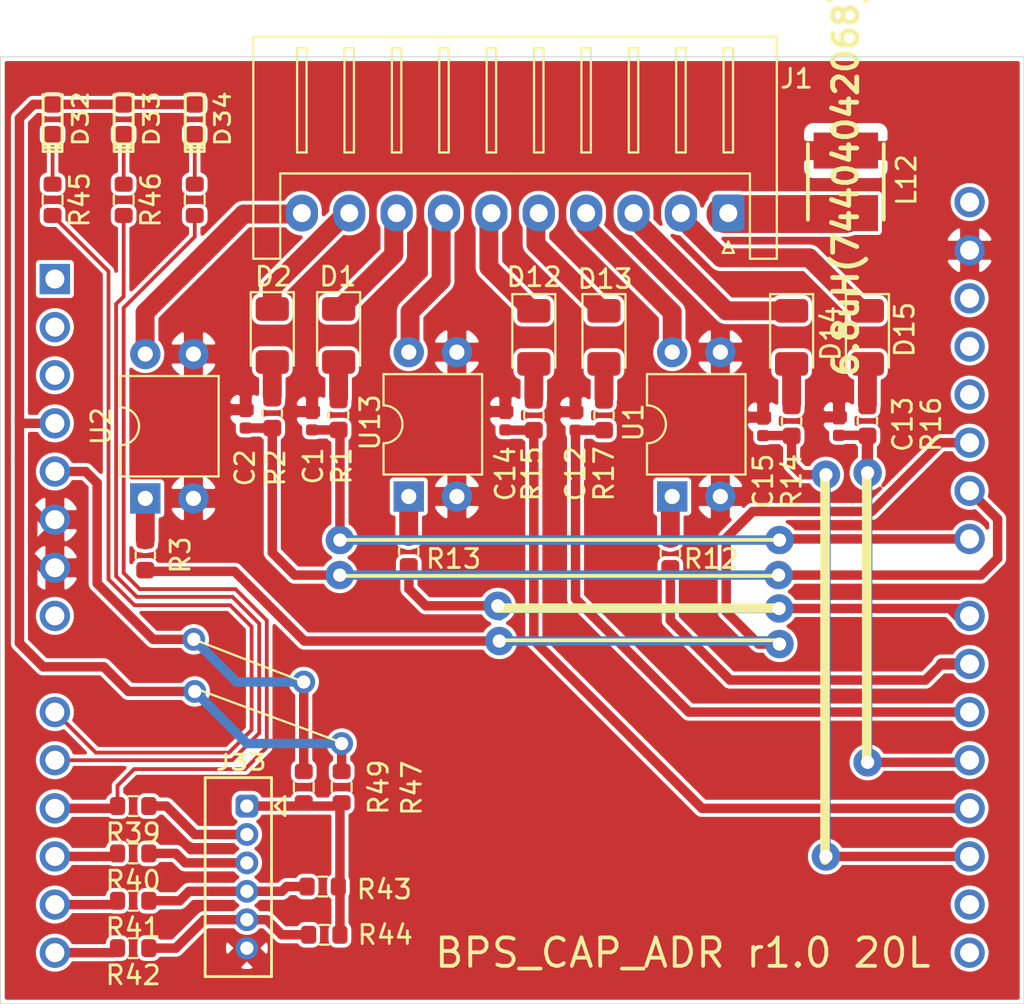
<source format=kicad_pcb>
(kicad_pcb (version 20171130) (host pcbnew "(5.1.8)-1")
  (layers (0 F.Cu signal) (31 B.Cu signal hide) (34 B.Paste user hide) (35 F.Paste user hide) (36 B.SilkS user hide) (37 F.SilkS user hide) (38 B.Mask user hide) (39 F.Mask user hide) (44 Edge.Cuts user))
  (net 0 "")
  (net 1 "Net-(A12-Pad16)")
  (net 2 "Net-(A12-Pad15)")
  (net 3 "Net-(A12-Pad14)")
  (net 4 "Net-(A12-Pad13)")
  (net 5 "Net-(A12-Pad28)")
  (net 6 "Net-(A12-Pad12)")
  (net 7 "Net-(A12-Pad27)")
  (net 8 "Net-(A12-Pad11)")
  (net 9 "Net-(A12-Pad26)")
  (net 10 "Net-(A12-Pad10)")
  (net 11 "Net-(A12-Pad25)")
  (net 12 "Net-(A12-Pad9)")
  (net 13 "Net-(A12-Pad24)")
  (net 14 "Net-(A12-Pad8)")
  (net 15 "Net-(A12-Pad23)")
  (net 16 GND)
  (net 17 "Net-(A12-Pad22)")
  (net 18 "Net-(A12-Pad21)")
  (net 19 "Net-(A12-Pad20)")
  (net 20 "Net-(A12-Pad19)")
  (net 21 "Net-(A12-Pad3)")
  (net 22 "Net-(A12-Pad18)")
  (net 23 "Net-(A12-Pad2)")
  (net 24 "Net-(A12-Pad17)")
  (net 25 "Net-(A12-Pad1)")
  (net 26 "Net-(A12-Pad30)")
  (net 27 "Net-(D12-Pad2)")
  (net 28 WhiteSensor)
  (net 29 "Net-(D13-Pad2)")
  (net 30 PassSensor_Area3)
  (net 31 "Net-(D14-Pad2)")
  (net 32 PE_Camera_B17)
  (net 33 "Net-(D15-Pad2)")
  (net 34 PassSensor_Area2)
  (net 35 AIR3_Y012)
  (net 36 DeviceGND)
  (net 37 AIR2_Y006)
  (net 38 "Net-(R12-Pad2)")
  (net 39 "Net-(R13-Pad2)")
  (net 40 "Net-(D1-Pad2)")
  (net 41 Sensor1)
  (net 42 "Net-(D2-Pad2)")
  (net 43 PassSensor_Area1)
  (net 44 "Net-(R3-Pad2)")
  (net 45 AIR1_Y005)
  (net 46 +5V)
  (net 47 +3V3)
  (net 48 "Net-(D32-Pad1)")
  (net 49 "Net-(D33-Pad1)")
  (net 50 "Net-(D34-Pad1)")
  (net 51 D19_A5)
  (net 52 D18_A4)
  (net 53 "Net-(J33-Pad1)")
  (net 54 D16_A2)
  (net 55 D17_A3)
  (module Resistor_SMD:R_0603_1608Metric (layer F.Cu) (at 89 138.25 90)
    (fp_text reference R49 (at 0 3.95 90) (layer F.SilkS))
    (fp_text value 0)
    (pad 2 smd roundrect (at 0.825 0 90) (size 0.8 0.95) (layers F.Cu F.Paste F.Mask) (net 46 +5V))
    (pad 1 smd roundrect (at -0.825 0 90) (size 0.8 0.95) (layers F.Cu F.Paste F.Mask) (net 53 "Net-(J33-Pad1)"))
  )
  (module Resistor_SMD:R_0603_1608Metric (layer F.Cu) (at 83.25 107.25 270)
    (fp_text reference R48 hide)
    (fp_text value 2.2k)
    (pad 2 smd roundrect (at 0.825 0 270) (size 0.8 0.95) (layers F.Cu F.Paste F.Mask) (net 8 "Net-(A12-Pad11)"))
    (pad 1 smd roundrect (at -0.825 0 270) (size 0.8 0.95) (layers F.Cu F.Paste F.Mask) (net 50 "Net-(D34-Pad1)"))
  )
  (module Resistor_SMD:R_0603_1608Metric (layer F.Cu) (at 91 138.25 90)
    (fp_text reference R47 (at -0.05 3.7 90) (layer F.SilkS))
    (fp_text value NC)
    (pad 2 smd roundrect (at 0.825 0 90) (size 0.8 0.95) (layers F.Cu F.Paste F.Mask) (net 47 +3V3))
    (pad 1 smd roundrect (at -0.825 0 90) (size 0.8 0.95) (layers F.Cu F.Paste F.Mask) (net 53 "Net-(J33-Pad1)"))
  )
  (module Resistor_SMD:R_0603_1608Metric (layer F.Cu) (at 79.5 107.25 270)
    (fp_text reference R46 (at 0 -1.43 90) (layer F.SilkS))
    (fp_text value 2.2k)
    (pad 2 smd roundrect (at 0.825 0 270) (size 0.8 0.95) (layers F.Cu F.Paste F.Mask) (net 10 "Net-(A12-Pad10)"))
    (pad 1 smd roundrect (at -0.825 0 270) (size 0.8 0.95) (layers F.Cu F.Paste F.Mask) (net 49 "Net-(D33-Pad1)"))
  )
  (module Resistor_SMD:R_0603_1608Metric (layer F.Cu) (at 75.75 107.25 270)
    (fp_text reference R45 (at 0 -1.43 90) (layer F.SilkS))
    (fp_text value 2.2k)
    (pad 2 smd roundrect (at 0.825 0 270) (size 0.8 0.95) (layers F.Cu F.Paste F.Mask) (net 12 "Net-(A12-Pad9)"))
    (pad 1 smd roundrect (at -0.825 0 270) (size 0.8 0.95) (layers F.Cu F.Paste F.Mask) (net 48 "Net-(D32-Pad1)"))
  )
  (module Resistor_SMD:R_0603_1608Metric (layer F.Cu) (at 90.085 146.045)
    (fp_text reference R44 (at 3.215 0.005) (layer F.SilkS))
    (fp_text value NC)
    (pad 2 smd roundrect (at 0.825 0) (size 0.8 0.95) (layers F.Cu F.Paste F.Mask) (net 53 "Net-(J33-Pad1)"))
    (pad 1 smd roundrect (at -0.825 0) (size 0.8 0.95) (layers F.Cu F.Paste F.Mask) (net 51 D19_A5))
  )
  (module Resistor_SMD:R_0603_1608Metric (layer F.Cu) (at 90 143.5)
    (fp_text reference R43 (at 3.25 0.15 180) (layer F.SilkS))
    (fp_text value NC)
    (pad 2 smd roundrect (at 0.825 0) (size 0.8 0.95) (layers F.Cu F.Paste F.Mask) (net 53 "Net-(J33-Pad1)"))
    (pad 1 smd roundrect (at -0.825 0) (size 0.8 0.95) (layers F.Cu F.Paste F.Mask) (net 52 D18_A4))
  )
  (module Resistor_SMD:R_0603_1608Metric (layer F.Cu) (at 80 146.75 180)
    (fp_text reference R42 (at 0 -1.43) (layer F.SilkS))
    (fp_text value 100)
    (pad 2 smd roundrect (at 0.825 0 180) (size 0.8 0.95) (layers F.Cu F.Paste F.Mask) (net 3 "Net-(A12-Pad14)"))
    (pad 1 smd roundrect (at -0.825 0 180) (size 0.8 0.95) (layers F.Cu F.Paste F.Mask) (net 51 D19_A5))
  )
  (module Resistor_SMD:R_0603_1608Metric (layer F.Cu) (at 80 144.25 180)
    (fp_text reference R41 (at 0 -1.43) (layer F.SilkS))
    (fp_text value 100)
    (pad 2 smd roundrect (at 0.825 0 180) (size 0.8 0.95) (layers F.Cu F.Paste F.Mask) (net 4 "Net-(A12-Pad13)"))
    (pad 1 smd roundrect (at -0.825 0 180) (size 0.8 0.95) (layers F.Cu F.Paste F.Mask) (net 52 D18_A4))
  )
  (module Resistor_SMD:R_0603_1608Metric (layer F.Cu) (at 80 141.75 180)
    (fp_text reference R40 (at 0 -1.43) (layer F.SilkS))
    (fp_text value 100)
    (pad 2 smd roundrect (at 0.825 0 180) (size 0.8 0.95) (layers F.Cu F.Paste F.Mask) (net 6 "Net-(A12-Pad12)"))
    (pad 1 smd roundrect (at -0.825 0 180) (size 0.8 0.95) (layers F.Cu F.Paste F.Mask) (net 55 D17_A3))
  )
  (module Resistor_SMD:R_0603_1608Metric (layer F.Cu) (at 80 139.25 180)
    (fp_text reference R39 (at 0 -1.43) (layer F.SilkS))
    (fp_text value 100)
    (pad 2 smd roundrect (at 0.825 0 180) (size 0.8 0.95) (layers F.Cu F.Paste F.Mask) (net 8 "Net-(A12-Pad11)"))
    (pad 1 smd roundrect (at -0.825 0 180) (size 0.8 0.95) (layers F.Cu F.Paste F.Mask) (net 54 D16_A2))
  )
  (module CapSorting:INDPM4040X180N (layer F.Cu) (at 117.6 106.3 270)
    (fp_text reference L12 (at -0.1 -3.2 90) (layer F.SilkS))
    (fp_text value "6.8uH(74404042068)" (at 0 0 90) (layer F.SilkS) (effects (font (size 1.27 1.27) (thickness 0.254))))
    (pad 1 smd rect (at -1.65 0 270) (size 1.9 3.4) (layers F.Cu F.Paste F.Mask) (net 16 GND))
    (pad 2 smd rect (at 1.65 0 270) (size 1.9 3.4) (layers F.Cu F.Paste F.Mask) (net 36 DeviceGND))
  )
  (module spot:ZH_B6B-ZR (layer F.Cu) (at 86 139.25 270)
    (fp_text reference J33 (at -2.3 0.3) (layer F.SilkS) (effects (font (size 0.8 1))))
    (fp_text value ZH_B6B-ZR)
    (pad 6 thru_hole circle (at 7.5 0 270) (size 1.2 1.2) (drill 0.7) (layers *.Cu *.Mask) (net 16 GND))
    (pad 5 thru_hole circle (at 6 0 270) (size 1.2 1.2) (drill 0.7) (layers *.Cu *.Mask) (net 51 D19_A5))
    (pad 4 thru_hole circle (at 4.5 0 270) (size 1.2 1.2) (drill 0.7) (layers *.Cu *.Mask) (net 52 D18_A4))
    (pad 1 thru_hole roundrect (at 0 0 270) (size 1.2 1.2) (drill 0.7) (layers *.Cu *.Mask) (net 53 "Net-(J33-Pad1)"))
    (pad 2 thru_hole circle (at 1.5 0 270) (size 1.2 1.2) (drill 0.7) (layers *.Cu *.Mask) (net 54 D16_A2))
    (pad 3 thru_hole circle (at 3 0 270) (size 1.2 1.2) (drill 0.7) (layers *.Cu *.Mask) (net 55 D17_A3))
  )
  (module Connector_JST:JST_XH_S10B-XH-A_1x10_P2.50mm_Horizontal (layer F.Cu) (at 111.4 107.95 180)
    (fp_text reference J1 (at -3.6 7.1) (layer F.SilkS))
    (fp_text value S10B-XH-A)
    (pad 10 thru_hole oval (at 22.5 0 180) (size 1.7 1.95) (drill 0.95) (layers *.Cu *.Mask) (net 45 AIR1_Y005))
    (pad 9 thru_hole oval (at 20 0 180) (size 1.7 1.95) (drill 0.95) (layers *.Cu *.Mask) (net 43 PassSensor_Area1))
    (pad 8 thru_hole oval (at 17.5 0 180) (size 1.7 1.95) (drill 0.95) (layers *.Cu *.Mask) (net 41 Sensor1))
    (pad 7 thru_hole oval (at 15 0 180) (size 1.7 1.95) (drill 0.95) (layers *.Cu *.Mask) (net 35 AIR3_Y012))
    (pad 6 thru_hole oval (at 12.5 0 180) (size 1.7 1.95) (drill 0.95) (layers *.Cu *.Mask) (net 28 WhiteSensor))
    (pad 5 thru_hole oval (at 10 0 180) (size 1.7 1.95) (drill 0.95) (layers *.Cu *.Mask) (net 30 PassSensor_Area3))
    (pad 4 thru_hole oval (at 7.5 0 180) (size 1.7 1.95) (drill 0.95) (layers *.Cu *.Mask) (net 37 AIR2_Y006))
    (pad 3 thru_hole oval (at 5 0 180) (size 1.7 1.95) (drill 0.95) (layers *.Cu *.Mask) (net 32 PE_Camera_B17))
    (pad 2 thru_hole oval (at 2.5 0 180) (size 1.7 1.95) (drill 0.95) (layers *.Cu *.Mask) (net 34 PassSensor_Area2))
    (pad 1 thru_hole roundrect (at 0 0 180) (size 1.7 1.95) (drill 0.95) (layers *.Cu *.Mask) (roundrect_rratio 0.1470588235294118) (net 36 DeviceGND))
  )
  (module spot:LED1608 (layer F.Cu) (at 83.25 103 270)
    (fp_text reference D34 (at -0.025 -1.475 90) (layer F.SilkS) (effects (font (size 0.8 1))))
    (fp_text value LED)
    (pad 1 smd roundrect (at 0.7875 0 270) (size 0.875 0.95) (layers F.Cu F.Paste F.Mask) (net 50 "Net-(D34-Pad1)"))
    (pad 2 smd roundrect (at -0.7875 0 270) (size 0.875 0.95) (layers F.Cu F.Paste F.Mask) (net 47 +3V3))
  )
  (module spot:LED1608 (layer F.Cu) (at 79.5 103 270)
    (fp_text reference D33 (at -0.025 -1.475 90) (layer F.SilkS) (effects (font (size 0.8 1))))
    (fp_text value LED)
    (pad 1 smd roundrect (at 0.7875 0 270) (size 0.875 0.95) (layers F.Cu F.Paste F.Mask) (net 49 "Net-(D33-Pad1)"))
    (pad 2 smd roundrect (at -0.7875 0 270) (size 0.875 0.95) (layers F.Cu F.Paste F.Mask) (net 47 +3V3))
  )
  (module spot:LED1608 (layer F.Cu) (at 75.75 103 270)
    (fp_text reference D32 (at -0.025 -1.475 90) (layer F.SilkS) (effects (font (size 0.8 1))))
    (fp_text value LED)
    (pad 1 smd roundrect (at 0.7875 0 270) (size 0.875 0.95) (layers F.Cu F.Paste F.Mask) (net 48 "Net-(D32-Pad1)"))
    (pad 2 smd roundrect (at -0.7875 0 270) (size 0.875 0.95) (layers F.Cu F.Paste F.Mask) (net 47 +3V3))
  )
  (module Package_DIP:DIP-4_W7.62mm (layer F.Cu) (at 80.64 123.01 90)
    (fp_text reference U2 (at 3.81 -2.33 90) (layer F.SilkS))
    (fp_text value TLP785)
    (pad 1 thru_hole rect (at 0 0 90) (size 1.6 1.6) (drill 0.8) (layers *.Cu *.Mask) (net 44 "Net-(R3-Pad2)"))
    (pad 3 thru_hole oval (at 7.62 2.54 90) (size 1.6 1.6) (drill 0.8) (layers *.Cu *.Mask) (net 16 GND))
    (pad 2 thru_hole oval (at 0 2.54 90) (size 1.6 1.6) (drill 0.8) (layers *.Cu *.Mask) (net 16 GND))
    (pad 4 thru_hole oval (at 7.62 0 90) (size 1.6 1.6) (drill 0.8) (layers *.Cu *.Mask) (net 45 AIR1_Y005))
  )
  (module Resistor_SMD:R_0603_1608Metric (layer F.Cu) (at 80.64 126.01 90)
    (fp_text reference R3 (at 0.01 1.86 90) (layer F.SilkS))
    (fp_text value 1k)
    (pad 1 smd roundrect (at -0.7875 0 90) (size 0.875 0.95) (layers F.Cu F.Paste F.Mask) (net 11 "Net-(A12-Pad25)"))
    (pad 2 smd roundrect (at 0.7875 0 90) (size 0.875 0.95) (layers F.Cu F.Paste F.Mask) (net 44 "Net-(R3-Pad2)"))
  )
  (module Resistor_SMD:R_0603_1608Metric (layer F.Cu) (at 87.34 118.51 90)
    (fp_text reference R2 (at -2.89 0.16 90) (layer F.SilkS))
    (fp_text value 1k)
    (pad 1 smd roundrect (at -0.7875 0 90) (size 0.875 0.95) (layers F.Cu F.Paste F.Mask) (net 13 "Net-(A12-Pad24)"))
    (pad 2 smd roundrect (at 0.7875 0 90) (size 0.875 0.95) (layers F.Cu F.Paste F.Mask) (net 42 "Net-(D2-Pad2)"))
  )
  (module Resistor_SMD:R_0603_1608Metric (layer F.Cu) (at 90.84 118.61 90)
    (fp_text reference R1 (at -2.69 0.16 90) (layer F.SilkS))
    (fp_text value 1k)
    (pad 1 smd roundrect (at -0.7875 0 90) (size 0.875 0.95) (layers F.Cu F.Paste F.Mask) (net 15 "Net-(A12-Pad23)"))
    (pad 2 smd roundrect (at 0.7875 0 90) (size 0.875 0.95) (layers F.Cu F.Paste F.Mask) (net 40 "Net-(D1-Pad2)"))
  )
  (module Diode_SMD:D_1206_3216Metric (layer F.Cu) (at 87.34 114.41 270)
    (fp_text reference D2 (at -3.11 -0.06 180) (layer F.SilkS))
    (fp_text value RB060M-60TR)
    (pad 1 smd roundrect (at -1.4 0 270) (size 1.25 1.75) (layers F.Cu F.Paste F.Mask) (roundrect_rratio 0.2) (net 43 PassSensor_Area1))
    (pad 2 smd roundrect (at 1.4 0 270) (size 1.25 1.75) (layers F.Cu F.Paste F.Mask) (roundrect_rratio 0.2) (net 42 "Net-(D2-Pad2)"))
  )
  (module Diode_SMD:D_1206_3216Metric (layer F.Cu) (at 90.84 114.41 270)
    (fp_text reference D1 (at -3.11 0.04) (layer F.SilkS))
    (fp_text value RB060M-60TR)
    (pad 1 smd roundrect (at -1.4 0 270) (size 1.25 1.75) (layers F.Cu F.Paste F.Mask) (roundrect_rratio 0.2) (net 41 Sensor1))
    (pad 2 smd roundrect (at 1.4 0 270) (size 1.25 1.75) (layers F.Cu F.Paste F.Mask) (roundrect_rratio 0.2) (net 40 "Net-(D1-Pad2)"))
  )
  (module Resistor_SMD:R_0402_1005Metric (layer F.Cu) (at 85.94 118.81 90)
    (fp_text reference C2 (at -2.59 -0.04 90) (layer F.SilkS))
    (fp_text value 0.22u)
    (pad 1 smd roundrect (at -0.485 0 90) (size 0.59 0.64) (layers F.Cu F.Paste F.Mask) (net 13 "Net-(A12-Pad24)"))
    (pad 2 smd roundrect (at 0.485 0 90) (size 0.59 0.64) (layers F.Cu F.Paste F.Mask) (net 16 GND))
  )
  (module Resistor_SMD:R_0402_1005Metric (layer F.Cu) (at 89.44 118.91 90)
    (fp_text reference C1 (at -2.39 0.06 90) (layer F.SilkS))
    (fp_text value 0.22u)
    (pad 1 smd roundrect (at -0.485 0 90) (size 0.59 0.64) (layers F.Cu F.Paste F.Mask) (net 15 "Net-(A12-Pad23)"))
    (pad 2 smd roundrect (at 0.485 0 90) (size 0.59 0.64) (layers F.Cu F.Paste F.Mask) (net 16 GND))
  )
  (module Module:Arduino_UNO_R2 (layer B.Cu) (at 100 100 180)
    (fp_text reference A12 hide)
    (fp_text value Arduino_UNO_R3 hide)
    (pad 30 thru_hole oval (at -24.13 -7.37 180) (size 1.6 1.6) (drill 1) (layers *.Cu *.Mask) (net 26 "Net-(A12-Pad30)"))
    (pad 17 thru_hole oval (at -24.13 -41.91 180) (size 1.6 1.6) (drill 1) (layers *.Cu *.Mask) (net 24 "Net-(A12-Pad17)"))
    (pad 25 thru_hole oval (at -24.13 -20.07 180) (size 1.6 1.6) (drill 1) (layers *.Cu *.Mask) (net 11 "Net-(A12-Pad25)"))
    (pad 6 thru_hole oval (at 24.13 -24.13 180) (size 1.6 1.6) (drill 1) (layers *.Cu *.Mask) (net 16 GND))
    (pad 10 thru_hole oval (at 24.13 -36.83 180) (size 1.6 1.6) (drill 1) (layers *.Cu *.Mask) (net 10 "Net-(A12-Pad10)"))
    (pad 15 thru_hole oval (at -24.13 -46.99 180) (size 1.6 1.6) (drill 1) (layers *.Cu *.Mask) (net 2 "Net-(A12-Pad15)"))
    (pad 29 thru_hole oval (at -24.13 -9.91 180) (size 1.6 1.6) (drill 1) (layers *.Cu *.Mask) (net 16 GND))
    (pad 20 thru_hole oval (at -24.13 -34.29 180) (size 1.6 1.6) (drill 1) (layers *.Cu *.Mask) (net 19 "Net-(A12-Pad20)"))
    (pad 7 thru_hole oval (at 24.13 -26.67 180) (size 1.6 1.6) (drill 1) (layers *.Cu *.Mask) (net 16 GND))
    (pad 5 thru_hole oval (at 24.13 -21.59 180) (size 1.6 1.6) (drill 1) (layers *.Cu *.Mask) (net 46 +5V))
    (pad 12 thru_hole oval (at 24.13 -41.91 180) (size 1.6 1.6) (drill 1) (layers *.Cu *.Mask) (net 6 "Net-(A12-Pad12)"))
    (pad 4 thru_hole oval (at 24.13 -19.05 180) (size 1.6 1.6) (drill 1) (layers *.Cu *.Mask) (net 47 +3V3))
    (pad 28 thru_hole oval (at -24.13 -12.45 180) (size 1.6 1.6) (drill 1) (layers *.Cu *.Mask) (net 5 "Net-(A12-Pad28)"))
    (pad 14 thru_hole oval (at 24.13 -46.99 180) (size 1.6 1.6) (drill 1) (layers *.Cu *.Mask) (net 3 "Net-(A12-Pad14)"))
    (pad 26 thru_hole oval (at -24.13 -17.53 180) (size 1.6 1.6) (drill 1) (layers *.Cu *.Mask) (net 9 "Net-(A12-Pad26)"))
    (pad 11 thru_hole oval (at 24.13 -39.37 180) (size 1.6 1.6) (drill 1) (layers *.Cu *.Mask) (net 8 "Net-(A12-Pad11)"))
    (pad 24 thru_hole oval (at -24.13 -22.61 180) (size 1.6 1.6) (drill 1) (layers *.Cu *.Mask) (net 13 "Net-(A12-Pad24)"))
    (pad 16 thru_hole oval (at -24.13 -44.45 180) (size 1.6 1.6) (drill 1) (layers *.Cu *.Mask) (net 1 "Net-(A12-Pad16)"))
    (pad 13 thru_hole oval (at 24.13 -44.45 180) (size 1.6 1.6) (drill 1) (layers *.Cu *.Mask) (net 4 "Net-(A12-Pad13)"))
    (pad 8 thru_hole oval (at 24.13 -29.21 180) (size 1.6 1.6) (drill 1) (layers *.Cu *.Mask) (net 14 "Net-(A12-Pad8)"))
    (pad 2 thru_hole oval (at 24.13 -13.97 180) (size 1.6 1.6) (drill 1) (layers *.Cu *.Mask) (net 23 "Net-(A12-Pad2)"))
    (pad 18 thru_hole oval (at -24.13 -39.37 180) (size 1.6 1.6) (drill 1) (layers *.Cu *.Mask) (net 22 "Net-(A12-Pad18)"))
    (pad 27 thru_hole oval (at -24.13 -14.99 180) (size 1.6 1.6) (drill 1) (layers *.Cu *.Mask) (net 7 "Net-(A12-Pad27)"))
    (pad 9 thru_hole oval (at 24.13 -34.29 180) (size 1.6 1.6) (drill 1) (layers *.Cu *.Mask) (net 12 "Net-(A12-Pad9)"))
    (pad 23 thru_hole oval (at -24.13 -25.15 180) (size 1.6 1.6) (drill 1) (layers *.Cu *.Mask) (net 15 "Net-(A12-Pad23)"))
    (pad 3 thru_hole oval (at 24.13 -16.51 180) (size 1.6 1.6) (drill 1) (layers *.Cu *.Mask) (net 21 "Net-(A12-Pad3)"))
    (pad 21 thru_hole oval (at -24.13 -31.75 180) (size 1.6 1.6) (drill 1) (layers *.Cu *.Mask) (net 18 "Net-(A12-Pad21)"))
    (pad 19 thru_hole oval (at -24.13 -36.83 180) (size 1.6 1.6) (drill 1) (layers *.Cu *.Mask) (net 20 "Net-(A12-Pad19)"))
    (pad 22 thru_hole oval (at -24.13 -29.21 180) (size 1.6 1.6) (drill 1) (layers *.Cu *.Mask) (net 17 "Net-(A12-Pad22)"))
    (pad 1 thru_hole rect (at 24.13 -11.43 180) (size 1.6 1.6) (drill 1) (layers *.Cu *.Mask) (net 25 "Net-(A12-Pad1)"))
  )
  (module Resistor_SMD:R_0603_1608Metric (layer F.Cu) (at 104.84 118.6225 90)
    (fp_text reference R17 (at -3.0875 0 270) (layer F.SilkS))
    (fp_text value 1k)
    (pad 1 smd roundrect (at -0.7875 0 90) (size 0.875 0.95) (layers F.Cu F.Paste F.Mask) (net 19 "Net-(A12-Pad20)"))
    (pad 2 smd roundrect (at 0.7875 0 90) (size 0.875 0.95) (layers F.Cu F.Paste F.Mask) (net 29 "Net-(D13-Pad2)"))
  )
  (module Resistor_SMD:R_0603_1608Metric (layer F.Cu) (at 118.74 118.9225 90)
    (fp_text reference R16 (at -0.1775 3.36 270) (layer F.SilkS))
    (fp_text value 1k)
    (pad 1 smd roundrect (at -0.7875 0 90) (size 0.875 0.95) (layers F.Cu F.Paste F.Mask) (net 20 "Net-(A12-Pad19)"))
    (pad 2 smd roundrect (at 0.7875 0 90) (size 0.875 0.95) (layers F.Cu F.Paste F.Mask) (net 33 "Net-(D15-Pad2)"))
  )
  (module Resistor_SMD:R_0603_1608Metric (layer F.Cu) (at 101.14 118.6225 90)
    (fp_text reference R15 (at -3.0875 -0.1 270) (layer F.SilkS))
    (fp_text value 1k)
    (pad 1 smd roundrect (at -0.7875 0 90) (size 0.875 0.95) (layers F.Cu F.Paste F.Mask) (net 22 "Net-(A12-Pad18)"))
    (pad 2 smd roundrect (at 0.7875 0 90) (size 0.875 0.95) (layers F.Cu F.Paste F.Mask) (net 27 "Net-(D12-Pad2)"))
  )
  (module Resistor_SMD:R_0603_1608Metric (layer F.Cu) (at 114.74 118.9225 90)
    (fp_text reference R14 (at -3.1875 0 270) (layer F.SilkS))
    (fp_text value 1k)
    (pad 1 smd roundrect (at -0.7875 0 90) (size 0.875 0.95) (layers F.Cu F.Paste F.Mask) (net 24 "Net-(A12-Pad17)"))
    (pad 2 smd roundrect (at 0.7875 0 90) (size 0.875 0.95) (layers F.Cu F.Paste F.Mask) (net 31 "Net-(D14-Pad2)"))
  )
  (module Resistor_SMD:R_0603_1608Metric (layer F.Cu) (at 94.54 125.81 90)
    (fp_text reference R13 (at -0.39 2.36) (layer F.SilkS))
    (fp_text value 1k)
    (pad 1 smd roundrect (at -0.7875 0 90) (size 0.875 0.95) (layers F.Cu F.Paste F.Mask) (net 17 "Net-(A12-Pad22)"))
    (pad 2 smd roundrect (at 0.7875 0 90) (size 0.875 0.95) (layers F.Cu F.Paste F.Mask) (net 39 "Net-(R13-Pad2)"))
  )
  (module Resistor_SMD:R_0603_1608Metric (layer F.Cu) (at 108.34 125.91 90)
    (fp_text reference R12 (at -0.29 2.16 180) (layer F.SilkS))
    (fp_text value 1k)
    (pad 1 smd roundrect (at -0.7875 0 90) (size 0.875 0.95) (layers F.Cu F.Paste F.Mask) (net 18 "Net-(A12-Pad21)"))
    (pad 2 smd roundrect (at 0.7875 0 90) (size 0.875 0.95) (layers F.Cu F.Paste F.Mask) (net 38 "Net-(R12-Pad2)"))
  )
  (module Package_DIP:DIP-4_W7.62mm (layer F.Cu) (at 94.54 122.91 90)
    (fp_text reference U13 (at 3.91 -2.04 90) (layer F.SilkS))
    (fp_text value TLP785)
    (pad 1 thru_hole rect (at 0 0 90) (size 1.6 1.6) (drill 0.8) (layers *.Cu *.Mask) (net 39 "Net-(R13-Pad2)"))
    (pad 3 thru_hole oval (at 7.62 2.54 90) (size 1.6 1.6) (drill 0.8) (layers *.Cu *.Mask) (net 16 GND))
    (pad 2 thru_hole oval (at 0 2.54 90) (size 1.6 1.6) (drill 0.8) (layers *.Cu *.Mask) (net 16 GND))
    (pad 4 thru_hole oval (at 7.62 0 90) (size 1.6 1.6) (drill 0.8) (layers *.Cu *.Mask) (net 35 AIR3_Y012))
  )
  (module Package_DIP:DIP-4_W7.62mm (layer F.Cu) (at 108.44 122.91 90)
    (fp_text reference U1 (at 3.91 -2.04 90) (layer F.SilkS))
    (fp_text value TLP785)
    (pad 1 thru_hole rect (at 0 0 90) (size 1.6 1.6) (drill 0.8) (layers *.Cu *.Mask) (net 38 "Net-(R12-Pad2)"))
    (pad 3 thru_hole oval (at 7.62 2.54 90) (size 1.6 1.6) (drill 0.8) (layers *.Cu *.Mask) (net 16 GND))
    (pad 2 thru_hole oval (at 0 2.54 90) (size 1.6 1.6) (drill 0.8) (layers *.Cu *.Mask) (net 16 GND))
    (pad 4 thru_hole oval (at 7.62 0 90) (size 1.6 1.6) (drill 0.8) (layers *.Cu *.Mask) (net 37 AIR2_Y006))
  )
  (module Diode_SMD:D_1206_3216Metric (layer F.Cu) (at 118.74 114.51 270)
    (fp_text reference D15 (at -0.41 -1.96 270) (layer F.SilkS))
    (fp_text value RB060M-60TR)
    (pad 1 smd roundrect (at -1.4 0 270) (size 1.25 1.75) (layers F.Cu F.Paste F.Mask) (roundrect_rratio 0.2) (net 34 PassSensor_Area2))
    (pad 2 smd roundrect (at 1.4 0 270) (size 1.25 1.75) (layers F.Cu F.Paste F.Mask) (roundrect_rratio 0.2) (net 33 "Net-(D15-Pad2)"))
  )
  (module Diode_SMD:D_1206_3216Metric (layer F.Cu) (at 114.74 114.51 270)
    (fp_text reference D14 (at -0.21 -2.06 270) (layer F.SilkS))
    (fp_text value RB060M-60TR)
    (pad 2 smd roundrect (at 1.4 0 270) (size 1.25 1.75) (layers F.Cu F.Paste F.Mask) (roundrect_rratio 0.2) (net 31 "Net-(D14-Pad2)"))
    (pad 1 smd roundrect (at -1.4 0 270) (size 1.25 1.75) (layers F.Cu F.Paste F.Mask) (roundrect_rratio 0.2) (net 32 PE_Camera_B17))
  )
  (module Diode_SMD:D_1206_3216Metric (layer F.Cu) (at 104.84 114.51 270)
    (fp_text reference D13 (at -3.085 -0.06) (layer F.SilkS))
    (fp_text value RB060M-60TR)
    (pad 1 smd roundrect (at -1.4 0 270) (size 1.25 1.75) (layers F.Cu F.Paste F.Mask) (roundrect_rratio 0.2) (net 30 PassSensor_Area3))
    (pad 2 smd roundrect (at 1.4 0 270) (size 1.25 1.75) (layers F.Cu F.Paste F.Mask) (roundrect_rratio 0.2) (net 29 "Net-(D13-Pad2)"))
  )
  (module Diode_SMD:D_1206_3216Metric (layer F.Cu) (at 101.14 114.51 270)
    (fp_text reference D12 (at -3.185 -0.01 180) (layer F.SilkS))
    (fp_text value RB060M-60TR)
    (pad 1 smd roundrect (at -1.4 0 270) (size 1.25 1.75) (layers F.Cu F.Paste F.Mask) (roundrect_rratio 0.2) (net 28 WhiteSensor))
    (pad 2 smd roundrect (at 1.4 0 270) (size 1.25 1.75) (layers F.Cu F.Paste F.Mask) (roundrect_rratio 0.2) (net 27 "Net-(D12-Pad2)"))
  )
  (module Resistor_SMD:R_0402_1005Metric (layer F.Cu) (at 113.24 119.21 90)
    (fp_text reference C15 (at -2.9 0 270) (layer F.SilkS))
    (fp_text value 0.22u)
    (pad 1 smd roundrect (at -0.485 0 90) (size 0.59 0.64) (layers F.Cu F.Paste F.Mask) (net 24 "Net-(A12-Pad17)"))
    (pad 2 smd roundrect (at 0.485 0 90) (size 0.59 0.64) (layers F.Cu F.Paste F.Mask) (net 16 GND))
  )
  (module Resistor_SMD:R_0402_1005Metric (layer F.Cu) (at 99.64 118.91 90)
    (fp_text reference C14 (at -2.8 0 270) (layer F.SilkS))
    (fp_text value 0.22u)
    (pad 1 smd roundrect (at -0.485 0 90) (size 0.59 0.64) (layers F.Cu F.Paste F.Mask) (net 22 "Net-(A12-Pad18)"))
    (pad 2 smd roundrect (at 0.485 0 90) (size 0.59 0.64) (layers F.Cu F.Paste F.Mask) (net 16 GND))
  )
  (module Resistor_SMD:R_0402_1005Metric (layer F.Cu) (at 117.24 119.195 90)
    (fp_text reference C13 (at 0.095 3.36 270) (layer F.SilkS))
    (fp_text value 0.22u)
    (pad 1 smd roundrect (at -0.485 0 90) (size 0.59 0.64) (layers F.Cu F.Paste F.Mask) (net 20 "Net-(A12-Pad19)"))
    (pad 2 smd roundrect (at 0.485 0 90) (size 0.59 0.64) (layers F.Cu F.Paste F.Mask) (net 16 GND))
  )
  (module Resistor_SMD:R_0402_1005Metric (layer F.Cu) (at 103.34 118.925 90)
    (fp_text reference C12 (at -2.785 0 270) (layer F.SilkS))
    (fp_text value 0.22u)
    (pad 1 smd roundrect (at -0.485 0 90) (size 0.59 0.64) (layers F.Cu F.Paste F.Mask) (net 19 "Net-(A12-Pad20)"))
    (pad 2 smd roundrect (at 0.485 0 90) (size 0.59 0.64) (layers F.Cu F.Paste F.Mask) (net 16 GND))
  )
  (gr_text "BPS_CAP_ADR r1.0 20L" (at 109 147) (layer F.SilkS) (effects (font (size 1.5 1.5) (thickness 0.2))))
  (gr_line (start 91 135.9) (end 83.3 133.05) (layer F.SilkS) (width 0.12))
  (gr_line (start 89 132.7) (end 83.2 130.45) (layer F.SilkS) (width 0.12))
  (gr_line (start 114.1 128.8) (end 99.2 128.8) (layer F.SilkS) (width 0.5))
  (gr_line (start 99.3 130.5) (end 114.2 130.5) (layer F.SilkS) (width 0.2))
  (gr_line (start 90.9 127.1) (end 114.1 127.1) (layer F.SilkS) (width 0.2))
  (gr_line (start 114.1 125.2) (end 90.9 125.2) (layer F.SilkS) (width 0.2))
  (gr_line (start 118.7 121.7) (end 118.7 137) (layer F.SilkS) (width 0.5))
  (gr_line (start 116.5 121.7) (end 116.5 142.1) (layer F.SilkS) (width 0.5))
  (gr_line (start 127 149.7) (end 127 99.7) (layer Edge.Cuts) (width 0.05))
  (gr_line (start 73 149.7) (end 73 99.7) (layer Edge.Cuts) (width 0.05))
  (gr_line (start 73.7 149.7) (end 73 149.7) (layer Edge.Cuts) (width 0.05))
  (gr_line (start 127 149.7) (end 73.7 149.7) (layer Edge.Cuts) (width 0.05))
  (gr_line (start 73 99.7) (end 127 99.7) (layer Edge.Cuts) (width 0.05))
  (segment (start 78.935 146.99) (end 79.175 146.75) (width 0.5) (layer F.Cu) (net 3))
  (segment (start 75.87 146.99) (end 78.935 146.99) (width 0.5) (layer F.Cu) (net 3))
  (segment (start 78.975 144.45) (end 79.175 144.25) (width 0.5) (layer F.Cu) (net 4))
  (segment (start 75.87 144.45) (end 78.975 144.45) (width 0.5) (layer F.Cu) (net 4))
  (segment (start 79.015 141.91) (end 79.175 141.75) (width 0.5) (layer F.Cu) (net 6))
  (segment (start 75.87 141.91) (end 79.015 141.91) (width 0.5) (layer F.Cu) (net 6))
  (segment (start 75.87 139.37) (end 79.055 139.37) (width 0.5) (layer F.Cu) (net 8))
  (segment (start 79.175 139.25) (end 79.175 138.175) (width 0.2) (layer F.Cu) (net 8))
  (segment (start 79.175 138.175) (end 80.05 137.3) (width 0.2) (layer F.Cu) (net 8))
  (segment (start 80.05 137.3) (end 85.9 137.3) (width 0.2) (layer F.Cu) (net 8))
  (segment (start 85.9 137.3) (end 87.05 136.15) (width 0.2) (layer F.Cu) (net 8))
  (segment (start 87.05 136.15) (end 87.05 129.45) (width 0.2) (layer F.Cu) (net 8))
  (segment (start 87.05 129.45) (end 85.4 127.8) (width 0.2) (layer F.Cu) (net 8))
  (segment (start 85.4 127.8) (end 80.35 127.8) (width 0.2) (layer F.Cu) (net 8))
  (segment (start 80.35 127.8) (end 79.5 126.95) (width 0.2) (layer F.Cu) (net 8))
  (segment (start 79.5 126.95) (end 79.5 112.95) (width 0.2) (layer F.Cu) (net 8))
  (segment (start 83.25 109.2) (end 83.25 108.075) (width 0.2) (layer F.Cu) (net 8))
  (segment (start 79.5 112.95) (end 83.25 109.2) (width 0.2) (layer F.Cu) (net 8))
  (segment (start 79.5 108.075) (end 79.5 112.35) (width 0.2) (layer F.Cu) (net 10))
  (segment (start 79.5 112.35) (end 79.1 112.75) (width 0.2) (layer F.Cu) (net 10))
  (segment (start 79.1 112.75) (end 79.1 127.115698) (width 0.2) (layer F.Cu) (net 10))
  (segment (start 79.1 127.115698) (end 80.192151 128.207849) (width 0.2) (layer F.Cu) (net 10))
  (segment (start 80.192151 128.207849) (end 85.242151 128.207849) (width 0.2) (layer F.Cu) (net 10))
  (segment (start 85.242151 128.207849) (end 86.64999 129.615688) (width 0.2) (layer F.Cu) (net 10))
  (segment (start 86.64999 129.615688) (end 86.64999 135.40001) (width 0.2) (layer F.Cu) (net 10))
  (segment (start 85.22 136.83) (end 75.87 136.83) (width 0.2) (layer F.Cu) (net 10))
  (segment (start 86.64999 135.40001) (end 85.22 136.83) (width 0.2) (layer F.Cu) (net 10))
  (segment (start 114.11 130.54) (end 99.32 130.54) (width 0.5) (layer B.Cu) (net 11))
  (segment (start 99.32 130.54) (end 99.32 130.54) (width 0.5) (layer B.Cu) (net 11))
  (via (at 99.32 130.54) (size 1.5) (drill 0.7) (layers F.Cu B.Cu) (net 11))
  (segment (start 99.32 130.54) (end 89.03 130.54) (width 0.5) (layer F.Cu) (net 11))
  (segment (start 89.03 130.54) (end 85.35 126.86) (width 0.5) (layer F.Cu) (net 11))
  (segment (start 85.35 126.86) (end 80.68 126.86) (width 0.5) (layer F.Cu) (net 11))
  (segment (start 122.6 120.07) (end 124.13 120.07) (width 0.5) (layer F.Cu) (net 11))
  (segment (start 118.97 123.7) (end 122.6 120.07) (width 0.5) (layer F.Cu) (net 11))
  (segment (start 111.29 125.1) (end 112.69 123.7) (width 0.5) (layer F.Cu) (net 11))
  (segment (start 111.29 128.99) (end 111.29 125.1) (width 0.5) (layer F.Cu) (net 11))
  (segment (start 112.84 130.54) (end 111.29 128.99) (width 0.5) (layer F.Cu) (net 11))
  (segment (start 112.69 123.7) (end 118.97 123.7) (width 0.5) (layer F.Cu) (net 11))
  (segment (start 114.11 130.54) (end 112.84 130.54) (width 0.5) (layer F.Cu) (net 11))
  (via (at 114.1 130.7) (size 1.5) (drill 0.7) (layers F.Cu B.Cu) (net 11))
  (segment (start 113 130.7) (end 112.84 130.54) (width 0.5) (layer F.Cu) (net 11))
  (segment (start 114.1 130.7) (end 113 130.7) (width 0.5) (layer F.Cu) (net 11))
  (segment (start 75.87 134.29) (end 75.89 134.29) (width 0.2) (layer F.Cu) (net 12))
  (segment (start 75.89 134.29) (end 78.02999 136.42999) (width 0.2) (layer F.Cu) (net 12))
  (segment (start 78.02999 136.42999) (end 85.054312 136.42999) (width 0.2) (layer F.Cu) (net 12))
  (segment (start 85.054312 136.42999) (end 86.24998 135.234322) (width 0.2) (layer F.Cu) (net 12))
  (segment (start 86.24998 135.234322) (end 86.24998 129.781376) (width 0.2) (layer F.Cu) (net 12))
  (segment (start 86.24998 129.781376) (end 85.118604 128.65) (width 0.2) (layer F.Cu) (net 12))
  (segment (start 85.118604 128.65) (end 80.068604 128.65) (width 0.2) (layer F.Cu) (net 12))
  (segment (start 80.068604 128.65) (end 78.69999 127.281386) (width 0.2) (layer F.Cu) (net 12))
  (segment (start 78.69999 111.02499) (end 75.75 108.075) (width 0.2) (layer F.Cu) (net 12))
  (segment (start 78.69999 127.281386) (end 78.69999 111.02499) (width 0.2) (layer F.Cu) (net 12))
  (segment (start 85.94 119.295) (end 87.285 119.295) (width 0.5) (layer F.Cu) (net 13))
  (segment (start 90.9 127.06) (end 90.9 127.06) (width 0.5) (layer B.Cu) (net 13))
  (via (at 90.9 127.06) (size 1.5) (drill 0.7) (layers F.Cu B.Cu) (net 13))
  (segment (start 87.34 119.2975) (end 87.34 125.88) (width 0.5) (layer F.Cu) (net 13))
  (segment (start 88.52 127.06) (end 90.9 127.06) (width 0.5) (layer F.Cu) (net 13))
  (segment (start 87.34 125.88) (end 88.52 127.06) (width 0.5) (layer F.Cu) (net 13))
  (via (at 114.05 127.06) (size 1.5) (drill 0.7) (layers F.Cu B.Cu) (net 13))
  (segment (start 124.13 122.62) (end 124.13 122.61) (width 0.5) (layer F.Cu) (net 13))
  (segment (start 114.05 127.06) (end 124.73 127.06) (width 0.5) (layer F.Cu) (net 13))
  (segment (start 124.73 127.06) (end 125.61 126.18) (width 0.5) (layer F.Cu) (net 13))
  (segment (start 125.61 126.18) (end 125.61 124.1) (width 0.5) (layer F.Cu) (net 13))
  (segment (start 125.61 124.1) (end 124.13 122.62) (width 0.5) (layer F.Cu) (net 13))
  (segment (start 114.05 127.06) (end 90.9 127.06) (width 0.5) (layer B.Cu) (net 13))
  (segment (start 90.84 119.3975) (end 89.5625 119.3975) (width 0.5) (layer F.Cu) (net 15))
  (segment (start 90.91 125.21) (end 90.87 125.21) (width 0.5) (layer B.Cu) (net 15))
  (via (at 90.91 125.21) (size 1.5) (drill 0.7) (layers F.Cu B.Cu) (net 15))
  (segment (start 90.91 125.21) (end 90.91 119.44) (width 0.5) (layer F.Cu) (net 15))
  (segment (start 114.1 125.21) (end 90.91 125.21) (width 0.5) (layer B.Cu) (net 15))
  (via (at 114.1 125.21) (size 1.5) (drill 0.7) (layers F.Cu B.Cu) (net 15))
  (segment (start 114.16 125.15) (end 114.1 125.21) (width 0.5) (layer F.Cu) (net 15))
  (segment (start 124.13 125.15) (end 114.16 125.15) (width 0.5) (layer F.Cu) (net 15))
  (segment (start 75.87 124.13) (end 75.23 124.13) (width 0.5) (layer F.Cu) (net 16))
  (segment (start 75.23 124.13) (end 74.7 123.6) (width 0.5) (layer F.Cu) (net 16))
  (segment (start 75.87 124.13) (end 75.87 124.43) (width 0.5) (layer F.Cu) (net 16))
  (segment (start 75.87 124.13) (end 75.87 124.48) (width 0.5) (layer F.Cu) (net 16))
  (segment (start 75.87 124.48) (end 75.1 125.25) (width 0.5) (layer F.Cu) (net 16))
  (segment (start 75.87 126.67) (end 75.19501 126.67) (width 0.5) (layer F.Cu) (net 16))
  (segment (start 75.19501 126.67) (end 74.70001 126.175) (width 0.5) (layer F.Cu) (net 16))
  (segment (start 74.70001 126.175) (end 74.70001 127.925) (width 0.5) (layer F.Cu) (net 16))
  (segment (start 74.70001 127.925) (end 74.70001 127.97501) (width 0.5) (layer F.Cu) (net 16))
  (segment (start 74.7 123.6) (end 74.7 125.45) (width 0.5) (layer F.Cu) (net 16))
  (segment (start 99.34 129.21) (end 99.34 129.21) (width 0.5) (layer B.Cu) (net 17))
  (via (at 99.24 128.68) (size 1.5) (drill 0.7) (layers F.Cu B.Cu) (net 17))
  (via (at 114.08 128.82) (size 1.5) (drill 0.7) (layers F.Cu B.Cu) (net 17))
  (segment (start 99.38 128.82) (end 99.24 128.68) (width 0.5) (layer B.Cu) (net 17))
  (segment (start 114.08 128.82) (end 99.38 128.82) (width 0.5) (layer B.Cu) (net 17))
  (segment (start 124.13 129.21) (end 123.97 129.21) (width 0.5) (layer F.Cu) (net 17))
  (segment (start 123.97 129.21) (end 123.58 128.82) (width 0.5) (layer F.Cu) (net 17))
  (segment (start 123.46 129.21) (end 123.07 128.82) (width 0.5) (layer F.Cu) (net 17))
  (segment (start 123.07 128.82) (end 114.08 128.82) (width 0.5) (layer F.Cu) (net 17))
  (segment (start 124.13 129.21) (end 123.46 129.21) (width 0.5) (layer F.Cu) (net 17))
  (segment (start 123.58 128.82) (end 123.07 128.82) (width 0.5) (layer F.Cu) (net 17))
  (segment (start 99.24 128.68) (end 95.44 128.68) (width 0.5) (layer F.Cu) (net 17))
  (segment (start 95.44 128.68) (end 94.55 127.79) (width 0.5) (layer F.Cu) (net 17))
  (segment (start 94.55 127.79) (end 94.55 126.66) (width 0.5) (layer F.Cu) (net 17))
  (segment (start 108.34 126.6975) (end 108.34 129.45) (width 0.5) (layer F.Cu) (net 18))
  (segment (start 108.34 129.45) (end 110.62 131.73) (width 0.5) (layer F.Cu) (net 18))
  (segment (start 124.13 131.75) (end 122.65 131.75) (width 0.6) (layer F.Cu) (net 18))
  (segment (start 122.65 131.75) (end 121.8 132.6) (width 0.5) (layer F.Cu) (net 18))
  (segment (start 111.49 132.6) (end 110.62 131.73) (width 0.5) (layer F.Cu) (net 18))
  (segment (start 121.8 132.6) (end 111.49 132.6) (width 0.5) (layer F.Cu) (net 18))
  (segment (start 104.84 119.41) (end 103.34 119.41) (width 0.5) (layer F.Cu) (net 19))
  (segment (start 103.34 119.41) (end 103.34 128.31) (width 0.5) (layer F.Cu) (net 19))
  (segment (start 103.34 128.31) (end 109.32 134.29) (width 0.5) (layer F.Cu) (net 19))
  (segment (start 109.32 134.29) (end 124.13 134.29) (width 0.5) (layer F.Cu) (net 19))
  (segment (start 117.24 119.68) (end 118.67 119.68) (width 0.5) (layer F.Cu) (net 20))
  (segment (start 124.13 136.83) (end 124.13 136.89) (width 0.5) (layer F.Cu) (net 20))
  (segment (start 124.13 136.89) (end 124.08 136.94) (width 0.5) (layer F.Cu) (net 20))
  (segment (start 124.08 136.94) (end 118.75 136.94) (width 0.5) (layer F.Cu) (net 20))
  (segment (start 118.75 136.94) (end 118.75 136.94) (width 0.5) (layer F.Cu) (net 20))
  (via (at 118.75 136.94) (size 1.5) (drill 0.7) (layers F.Cu B.Cu) (net 20))
  (segment (start 118.75 136.94) (end 118.75 121.66) (width 0.5) (layer B.Cu) (net 20))
  (segment (start 118.75 121.66) (end 118.75 121.66) (width 0.5) (layer B.Cu) (net 20))
  (via (at 118.75 121.66) (size 1.5) (drill 0.7) (layers F.Cu B.Cu) (net 20))
  (segment (start 118.74 121.65) (end 118.75 121.66) (width 0.6) (layer F.Cu) (net 20))
  (segment (start 118.74 119.71) (end 118.74 121.65) (width 0.6) (layer F.Cu) (net 20))
  (segment (start 101.14 119.41) (end 99.62 119.41) (width 0.5) (layer F.Cu) (net 22))
  (segment (start 124.13 139.37) (end 110.01 139.37) (width 0.5) (layer F.Cu) (net 22))
  (segment (start 110.01 139.37) (end 101.12 130.48) (width 0.5) (layer F.Cu) (net 22))
  (segment (start 101.14 130.46) (end 101.12 130.48) (width 0.5) (layer F.Cu) (net 22))
  (segment (start 101.14 119.41) (end 101.14 130.46) (width 0.5) (layer F.Cu) (net 22))
  (segment (start 114.74 119.71) (end 114.44 119.71) (width 0.25) (layer F.Cu) (net 24))
  (segment (start 114.44 119.71) (end 114.54 119.71) (width 0.25) (layer F.Cu) (net 24))
  (segment (start 113.24 119.695) (end 114.685 119.695) (width 0.5) (layer F.Cu) (net 24))
  (segment (start 124.13 141.91) (end 116.55 141.91) (width 0.5) (layer F.Cu) (net 24))
  (via (at 116.55 141.91) (size 1.5) (drill 0.7) (layers F.Cu B.Cu) (net 24))
  (segment (start 116.55 141.91) (end 116.55 121.76) (width 0.5) (layer B.Cu) (net 24))
  (segment (start 116.55 121.76) (end 116.55 121.76) (width 0.5) (layer B.Cu) (net 24))
  (via (at 116.55 121.76) (size 1.5) (drill 0.7) (layers F.Cu B.Cu) (net 24))
  (segment (start 114.74 119.71) (end 114.74 121.21) (width 0.5) (layer F.Cu) (net 24))
  (segment (start 115.29 121.76) (end 116.55 121.76) (width 0.5) (layer F.Cu) (net 24))
  (segment (start 114.74 121.21) (end 115.29 121.76) (width 0.5) (layer F.Cu) (net 24))
  (segment (start 101.14 115.91) (end 101.14 117.73) (width 1) (layer F.Cu) (net 27))
  (segment (start 101.14 113.11) (end 101.07 113.11) (width 1) (layer F.Cu) (net 28))
  (segment (start 101.07 113.11) (end 98.77 110.81) (width 1) (layer F.Cu) (net 28))
  (segment (start 98.77 110.81) (end 98.77 107.98) (width 1) (layer F.Cu) (net 28))
  (segment (start 104.84 115.91) (end 104.84 117.68) (width 1) (layer F.Cu) (net 29))
  (segment (start 104.84 113.11) (end 104.77 113.11) (width 1) (layer F.Cu) (net 30))
  (segment (start 104.77 113.11) (end 101.25 109.59) (width 1) (layer F.Cu) (net 30))
  (segment (start 101.25 109.59) (end 101.25 108.08) (width 1) (layer F.Cu) (net 30))
  (segment (start 114.74 115.91) (end 114.74 118.01) (width 1) (layer F.Cu) (net 31))
  (segment (start 114.74 113.11) (end 111.29 113.11) (width 1) (layer F.Cu) (net 32))
  (segment (start 111.29 113.11) (end 106.22 108.04) (width 1) (layer F.Cu) (net 32))
  (segment (start 118.74 115.91) (end 118.74 118.05) (width 1) (layer F.Cu) (net 33))
  (segment (start 108.75 108) (end 108.75 108.04) (width 1) (layer F.Cu) (net 34))
  (segment (start 108.75 108.04) (end 111.02 110.31) (width 1) (layer F.Cu) (net 34))
  (segment (start 111.02 110.31) (end 115.67 110.31) (width 1) (layer F.Cu) (net 34))
  (segment (start 115.67 110.31) (end 118.34 112.98) (width 1) (layer F.Cu) (net 34))
  (segment (start 96.25 108) (end 96.25 111.52) (width 1) (layer F.Cu) (net 35))
  (segment (start 96.25 111.52) (end 94.61 113.16) (width 1) (layer F.Cu) (net 35))
  (segment (start 94.61 113.16) (end 94.61 115.25) (width 1) (layer F.Cu) (net 35))
  (segment (start 111.25 108) (end 117.58 108) (width 2) (layer F.Cu) (net 36))
  (segment (start 108.44 115.29) (end 108.44 113.19) (width 1) (layer F.Cu) (net 37))
  (segment (start 108.44 113.19) (end 103.86 108.61) (width 1) (layer F.Cu) (net 37))
  (segment (start 103.86 108.61) (end 103.86 108.08) (width 1) (layer F.Cu) (net 37))
  (segment (start 108.34 125.1225) (end 108.34 123.03) (width 1) (layer F.Cu) (net 38))
  (segment (start 94.54 125.0225) (end 94.54 122.94) (width 1) (layer F.Cu) (net 39))
  (segment (start 90.84 115.81) (end 90.84 117.68) (width 1) (layer F.Cu) (net 40))
  (segment (start 90.84 113.01) (end 90.88 113.01) (width 1) (layer F.Cu) (net 41))
  (segment (start 90.88 113.01) (end 93.75 110.14) (width 1) (layer F.Cu) (net 41))
  (segment (start 93.75 110.14) (end 93.75 107.98) (width 1) (layer F.Cu) (net 41))
  (segment (start 87.34 115.81) (end 87.34 117.59) (width 1) (layer F.Cu) (net 42))
  (segment (start 87.34 113.01) (end 87.34 111.86) (width 1) (layer F.Cu) (net 43))
  (segment (start 87.34 111.86) (end 91.2 108) (width 1) (layer F.Cu) (net 43))
  (segment (start 80.64 123.01) (end 80.64 125.2) (width 1) (layer F.Cu) (net 44))
  (segment (start 88.75 108) (end 85.83 108) (width 1) (layer F.Cu) (net 45))
  (segment (start 85.83 108) (end 80.63 113.2) (width 1) (layer F.Cu) (net 45))
  (segment (start 80.63 113.2) (end 80.63 115.35) (width 1) (layer F.Cu) (net 45))
  (segment (start 77.48998 121.59) (end 75.87 121.59) (width 0.5) (layer F.Cu) (net 46))
  (segment (start 78.1 127.5) (end 78.1 122.20002) (width 0.5) (layer F.Cu) (net 46))
  (segment (start 81.05 130.45) (end 78.1 127.5) (width 0.5) (layer F.Cu) (net 46))
  (segment (start 78.1 122.20002) (end 77.48998 121.59) (width 0.5) (layer F.Cu) (net 46))
  (segment (start 83.2 130.45) (end 81.05 130.45) (width 0.5) (layer F.Cu) (net 46))
  (via (at 83.2 130.45) (size 1.2) (drill 0.7) (layers F.Cu B.Cu) (net 46))
  (segment (start 89 137.425) (end 89 132.7) (width 0.5) (layer F.Cu) (net 46))
  (segment (start 89 132.7) (end 89 132.7) (width 0.5) (layer F.Cu) (net 46))
  (via (at 89 132.7) (size 1.2) (drill 0.7) (layers F.Cu B.Cu) (net 46))
  (segment (start 85.45 132.7) (end 83.2 130.45) (width 0.5) (layer B.Cu) (net 46))
  (segment (start 89 132.7) (end 85.45 132.7) (width 0.5) (layer B.Cu) (net 46))
  (segment (start 75.75 102.2125) (end 83.25 102.2125) (width 0.2) (layer F.Cu) (net 47))
  (segment (start 74 117.2) (end 74 102.95) (width 0.3) (layer F.Cu) (net 47))
  (via (at 83.25 133.2) (size 1.2) (drill 0.7) (layers F.Cu B.Cu) (net 47))
  (segment (start 74 120.92) (end 74 130.65) (width 0.5) (layer F.Cu) (net 47))
  (segment (start 74 130.65) (end 75.25 131.9) (width 0.5) (layer F.Cu) (net 47))
  (segment (start 75.25 131.9) (end 78.45 131.9) (width 0.5) (layer F.Cu) (net 47))
  (segment (start 79.75 133.2) (end 83.25 133.2) (width 0.5) (layer F.Cu) (net 47))
  (segment (start 78.45 131.9) (end 79.75 133.2) (width 0.5) (layer F.Cu) (net 47))
  (segment (start 74 102.95) (end 74.7375 102.2125) (width 0.5) (layer F.Cu) (net 47))
  (segment (start 83.25 102.2125) (end 74.7375 102.2125) (width 0.5) (layer F.Cu) (net 47))
  (segment (start 74.1 119.05) (end 74 118.95) (width 0.5) (layer F.Cu) (net 47))
  (segment (start 75.87 119.05) (end 74.1 119.05) (width 0.5) (layer F.Cu) (net 47))
  (segment (start 74 118.95) (end 74 102.95) (width 0.5) (layer F.Cu) (net 47))
  (segment (start 74 120.92) (end 74 118.95) (width 0.5) (layer F.Cu) (net 47))
  (segment (start 91 137.425) (end 91 135.85) (width 0.5) (layer F.Cu) (net 47))
  (via (at 91 135.95) (size 1.2) (drill 0.7) (layers F.Cu B.Cu) (net 47))
  (segment (start 86 135.95) (end 91 135.95) (width 0.5) (layer B.Cu) (net 47))
  (segment (start 83.25 133.2) (end 86 135.95) (width 0.5) (layer B.Cu) (net 47))
  (segment (start 75.75 106.425) (end 75.75 103.7875) (width 0.2) (layer F.Cu) (net 48))
  (segment (start 79.5 106.425) (end 79.5 103.7875) (width 0.2) (layer F.Cu) (net 49))
  (segment (start 83.25 106.425) (end 83.25 103.7875) (width 0.2) (layer F.Cu) (net 50))
  (segment (start 80.825 146.75) (end 82.25 146.75) (width 0.5) (layer F.Cu) (net 51))
  (segment (start 83.75 145.25) (end 86 145.25) (width 0.5) (layer F.Cu) (net 51))
  (segment (start 82.25 146.75) (end 83.75 145.25) (width 0.5) (layer F.Cu) (net 51))
  (segment (start 86 145.25) (end 87.05 145.25) (width 0.5) (layer F.Cu) (net 51))
  (segment (start 87.845 146.045) (end 89.26 146.045) (width 0.5) (layer F.Cu) (net 51))
  (segment (start 87.05 145.25) (end 87.845 146.045) (width 0.5) (layer F.Cu) (net 51))
  (segment (start 86 143.75) (end 82.95 143.75) (width 0.5) (layer F.Cu) (net 52))
  (segment (start 82.45 144.25) (end 80.825 144.25) (width 0.5) (layer F.Cu) (net 52))
  (segment (start 82.95 143.75) (end 82.45 144.25) (width 0.5) (layer F.Cu) (net 52))
  (segment (start 89.175 143.5) (end 88.1 143.5) (width 0.5) (layer F.Cu) (net 52))
  (segment (start 87.85 143.75) (end 86 143.75) (width 0.5) (layer F.Cu) (net 52))
  (segment (start 88.1 143.5) (end 87.85 143.75) (width 0.5) (layer F.Cu) (net 52))
  (segment (start 90.91 139.165) (end 91 139.075) (width 0.5) (layer F.Cu) (net 53))
  (segment (start 90.91 146.045) (end 90.91 139.165) (width 0.5) (layer F.Cu) (net 53))
  (segment (start 90.825 139.25) (end 91 139.075) (width 0.5) (layer F.Cu) (net 53))
  (segment (start 86 139.25) (end 90.825 139.25) (width 0.5) (layer F.Cu) (net 53))
  (segment (start 86 140.75) (end 83.25 140.75) (width 0.5) (layer F.Cu) (net 54))
  (segment (start 81.75 139.25) (end 80.825 139.25) (width 0.5) (layer F.Cu) (net 54))
  (segment (start 83.25 140.75) (end 81.75 139.25) (width 0.5) (layer F.Cu) (net 54))
  (segment (start 86 142.25) (end 82.75 142.25) (width 0.5) (layer F.Cu) (net 55))
  (segment (start 82.25 141.75) (end 80.825 141.75) (width 0.5) (layer F.Cu) (net 55))
  (segment (start 82.75 142.25) (end 82.25 141.75) (width 0.5) (layer F.Cu) (net 55))
  (zone (net 16) (net_name GND) (layer F.Cu) (connect_pads (clearance 0.2)) (min_thickness 0.2) (fill yes (arc_segments 32) (thermal_gap 0.5) (thermal_bridge_width 1))
    (polygon (pts (xy 127 149.7) (xy 73 149.7) (xy 73 99.7) (xy 127 99.7)))
  )
)
</source>
